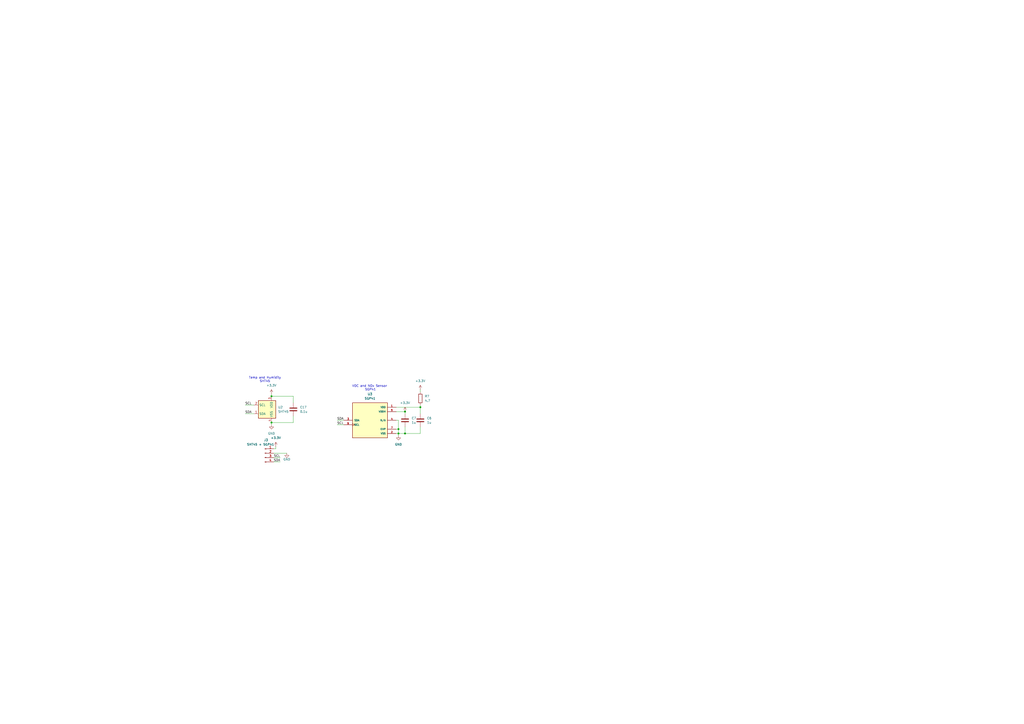
<source format=kicad_sch>
(kicad_sch (version 20231120) (generator "eeschema") (generator_version "8.0")
  (paper "A2")
  (lib_symbols
    (symbol "Connector:Conn_01x04_Pin" (pin_names (offset 1.016) hide)
      (property "Reference" "J" (at 0 5.08 0))
      (property "Value" "Conn_01x04_Pin" (at 0 -7.62 0))
      (symbol "Conn_01x04_Pin_1_1"
        (polyline (pts (xy 1.27 -5.08) (xy 0.8636 -5.08)) (stroke (width 0.1524)))
        (polyline (pts (xy 1.27 -2.54) (xy 0.8636 -2.54)) (stroke (width 0.1524)))
        (polyline (pts (xy 1.27 0) (xy 0.8636 0)) (stroke (width 0.1524)))
        (polyline (pts (xy 1.27 2.54) (xy 0.8636 2.54)) (stroke (width 0.1524)))
        (rectangle (start 0.8636 -4.953) (end 0 -5.207) (stroke (width 0.1524)) (fill (type outline)))
        (rectangle (start 0.8636 -2.413) (end 0 -2.667) (stroke (width 0.1524)) (fill (type outline)))
        (rectangle (start 0.8636 0.127) (end 0 -0.127) (stroke (width 0.1524)) (fill (type outline)))
        (rectangle (start 0.8636 2.667) (end 0 2.413) (stroke (width 0.1524)) (fill (type outline)))
        (pin passive line (at 5.08 2.54 180) (length 3.81) (name "Pin_1") (number "1"))
        (pin passive line (at 5.08 0 180) (length 3.81) (name "Pin_2") (number "2"))
        (pin passive line (at 5.08 -2.54 180) (length 3.81) (name "Pin_3") (number "3"))
        (pin passive line (at 5.08 -5.08 180) (length 3.81) (name "Pin_4") (number "4"))
      )
    )
    (symbol "Device:C" (pin_numbers hide) (pin_names (offset 0.254))
      (property "Reference" "C" (at 0.635 2.54 0))
      (property "Value" "C" (at 0.635 -2.54 0))
      (symbol "C_0_1"
        (polyline (pts (xy -2.032 -0.762) (xy 2.032 -0.762)) (stroke (width 0.508)))
        (polyline (pts (xy -2.032 0.762) (xy 2.032 0.762)) (stroke (width 0.508)))
      )
      (symbol "C_1_1"
        (pin passive line (at 0 3.81 270) (length 2.794) (name "~") (number "1"))
        (pin passive line (at 0 -3.81 90) (length 2.794) (name "~") (number "2"))
      )
    )
    (symbol "Device:R" (pin_numbers hide) (pin_names (offset 0))
      (property "Reference" "R" (at 2.032 0 90))
      (property "Value" "R" (at 0 0 90))
      (symbol "R_0_1"
        (rectangle (start -1.016 -2.54) (end 1.016 2.54) (stroke (width 0.254)))
      )
      (symbol "R_1_1"
        (pin passive line (at 0 3.81 270) (length 1.27) (name "~") (number "1"))
        (pin passive line (at 0 -3.81 90) (length 1.27) (name "~") (number "2"))
      )
    )
    (symbol "Sensor_Humidity:SHT4x"
      (property "Reference" "U" (at 0 8.89 0))
      (property "Value" "SHT4x" (at 0 6.35 0))
      (symbol "SHT4x_1_1"
        (rectangle (start -5.08 5.08) (end 5.08 -5.08) (stroke (width 0.254)) (fill (type background)))
        (pin bidirectional line (at -7.62 -2.54 0) (length 2.54) (name "SDA") (number "1"))
        (pin input line (at -7.62 2.54 0) (length 2.54) (name "SCL") (number "2"))
        (pin power_in line (at 2.54 7.62 270) (length 2.54) (name "VDD") (number "3"))
        (pin power_in line (at 2.54 -7.62 90) (length 2.54) (name "VSS") (number "4"))
      )
    )
    (symbol "Snapeda_kicad_sym:SGP41-D-R4" (pin_names (offset 1.016))
      (property "Reference" "U" (at -10.16 10.922 0))
      (property "Value" "SGP41-D-R4" (at -10.16 -10.922 0))
      (symbol "SGP41-D-R4_0_0"
        (rectangle (start -10.16 -10.16) (end 10.16 10.16) (stroke (width 0.254)) (fill (type background)))
        (pin power_in line (at 15.24 7.62 180) (length 5.08) (name "VDD") (number "1"))
        (pin power_in line (at 15.24 -7.62 180) (length 5.08) (name "VSS") (number "2"))
        (pin bidirectional line (at -15.24 0 0) (length 5.08) (name "SDA") (number "3"))
        (pin passive line (at 15.24 0 180) (length 5.08) (name "N/A") (number "4"))
        (pin power_in line (at 15.24 5.08 180) (length 5.08) (name "VDDH") (number "5"))
        (pin bidirectional clock (at -15.24 -2.54 0) (length 5.08) (name "SCL") (number "6"))
        (pin power_in line (at 15.24 -5.08 180) (length 5.08) (name "EXP") (number "7"))
      )
    )
    (symbol "power:+3.3V" (power) (pin_numbers hide) (pin_names (offset 0) hide)
      (property "Value" "+3.3V" (at 0 3.556 0))
      (symbol "+3.3V_0_1"
        (polyline (pts (xy -0.762 1.27) (xy 0 2.54)))
        (polyline (pts (xy 0 0) (xy 0 2.54)))
        (polyline (pts (xy 0 2.54) (xy 0.762 1.27)))
      )
      (symbol "+3.3V_1_1"
        (pin power_in line (at 0 0 90) (length 0) (name "~") (number "1"))
      )
    )
    (symbol "power:GND" (power) (pin_numbers hide) (pin_names (offset 0) hide)
      (property "Value" "GND" (at 0 -3.81 0))
      (symbol "GND_0_1"
        (polyline (pts (xy 0 0) (xy 0 -1.27) (xy 1.27 -1.27) (xy 0 -2.54) (xy -1.27 -1.27) (xy 0 -1.27)))
      )
      (symbol "GND_1_1"
        (pin power_in line (at 0 0 270) (length 0) (name "~") (number "1"))
      )
    )
  )
  (junction (at 234.95 238.76))
  (junction (at 231.14 248.92))
  (junction (at 157.48 245.11))
  (junction (at 231.14 251.46))
  (junction (at 243.84 236.22))
  (junction (at 157.48 229.87))
  (junction (at 234.95 251.46))
  (wire (pts (xy 243.84 247.65) (xy 243.84 251.46)))
  (wire (pts (xy 243.84 234.95) (xy 243.84 236.22)))
  (wire (pts (xy 195.58 246.38) (xy 199.39 246.38)))
  (wire (pts (xy 231.14 252.73) (xy 231.14 251.46)))
  (wire (pts (xy 160.02 260.35) (xy 158.75 260.35)))
  (wire (pts (xy 231.14 243.84) (xy 231.14 248.92)))
  (wire (pts (xy 231.14 243.84) (xy 229.87 243.84)))
  (wire (pts (xy 157.48 228.6) (xy 157.48 229.87)))
  (wire (pts (xy 229.87 236.22) (xy 243.84 236.22)))
  (wire (pts (xy 142.24 234.95) (xy 147.32 234.95)))
  (wire (pts (xy 243.84 226.06) (xy 243.84 227.33)))
  (wire (pts (xy 170.18 233.68) (xy 170.18 229.87)))
  (wire (pts (xy 158.75 267.97) (xy 162.56 267.97)))
  (wire (pts (xy 170.18 229.87) (xy 157.48 229.87)))
  (wire (pts (xy 234.95 240.03) (xy 234.95 238.76)))
  (wire (pts (xy 234.95 247.65) (xy 234.95 251.46)))
  (wire (pts (xy 229.87 238.76) (xy 234.95 238.76)))
  (wire (pts (xy 158.75 262.89) (xy 166.37 262.89)))
  (wire (pts (xy 157.48 246.38) (xy 157.48 245.11)))
  (wire (pts (xy 243.84 236.22) (xy 243.84 240.03)))
  (wire (pts (xy 195.58 243.84) (xy 199.39 243.84)))
  (wire (pts (xy 170.18 245.11) (xy 157.48 245.11)))
  (wire (pts (xy 231.14 248.92) (xy 229.87 248.92)))
  (wire (pts (xy 234.95 251.46) (xy 231.14 251.46)))
  (wire (pts (xy 160.02 259.08) (xy 160.02 260.35)))
  (wire (pts (xy 231.14 248.92) (xy 231.14 251.46)))
  (wire (pts (xy 142.24 240.03) (xy 147.32 240.03)))
  (wire (pts (xy 162.56 265.43) (xy 158.75 265.43)))
  (wire (pts (xy 231.14 251.46) (xy 229.87 251.46)))
  (wire (pts (xy 170.18 241.3) (xy 170.18 245.11)))
  (wire (pts (xy 243.84 251.46) (xy 234.95 251.46)))
  (text "Temp and Humidity\nSHT45\n" (at 153.67 220.218 0) (effects (font (size 1.27 1.27))))
  (text "VOC and NOx Sensor \nSGP41\n" (at 214.884 225.044 0) (effects (font (size 1.27 1.27))))
  (label "SDA" (at 195.58 243.84 0))
  (label "SCL" (at 195.58 246.38 0))
  (label "SCL" (at 162.56 265.43 180))
  (label "SDA" (at 162.56 267.97 180))
  (label "SCL" (at 142.24 234.95 0))
  (label "SDA" (at 142.24 240.03 0))
  (symbol (lib_id "power:+3.3V") (at 157.48 228.6 0) (unit 1)
    (property "Reference" "#PWR015" (effects (hide yes)))
    (property "Value" "+3.3V" (at 157.48 223.52 0))
    (property "Description" "Power symbol creates a global label with name \"+3.3V\"" (effects (hide yes)))
  )
  (symbol (lib_id "Device:C") (at 243.84 243.84 0) (unit 1)
    (property "Reference" "C6" (at 247.65 242.5699 0) (effects (justify left)))
    (property "Value" "1u" (at 247.65 245.1099 0) (effects (justify left)))
    (property "Footprint" "Capacitor_SMD:C_0603_1608Metric" (effects (hide yes)))
    (property "Description" "Unpolarized capacitor" (effects (hide yes)))
  )
  (symbol (lib_id "power:+3.3V") (at 234.95 238.76 0) (unit 1)
    (property "Reference" "#PWR018" (effects (hide yes)))
    (property "Value" "+3.3V" (at 234.95 233.68 0))
    (property "Description" "Power symbol creates a global label with name \"+3.3V\"" (effects (hide yes)))
  )
  (symbol (lib_id "Device:C") (at 170.18 237.49 0) (unit 1)
    (property "Reference" "C17" (at 173.99 236.2199 0) (effects (justify left)))
    (property "Value" "0.1u" (at 173.99 238.7599 0) (effects (justify left)))
    (property "Footprint" "Capacitor_SMD:C_0603_1608Metric" (effects (hide yes)))
    (property "Description" "Unpolarized capacitor" (effects (hide yes)))
  )
  (symbol (lib_id "Device:R") (at 243.84 231.14 0) (unit 1)
    (property "Reference" "R7" (at 246.38 229.8699 0) (effects (justify left)))
    (property "Value" "4.7" (at 246.38 232.4099 0) (effects (justify left)))
    (property "Footprint" "Resistor_SMD:R_0603_1608Metric" (effects (hide yes)))
    (property "Description" "Resistor" (effects (hide yes)))
  )
  (symbol (lib_id "power:+3.3V") (at 243.84 226.06 0) (unit 1)
    (property "Reference" "#PWR014" (effects (hide yes)))
    (property "Value" "+3.3V" (at 243.84 220.98 0))
    (property "Description" "Power symbol creates a global label with name \"+3.3V\"" (effects (hide yes)))
  )
  (symbol (lib_id "power:GND") (at 157.48 246.38 0) (unit 1)
    (property "Reference" "#PWR016" (effects (hide yes)))
    (property "Value" "GND" (at 157.48 251.46 0))
    (property "Description" "Power symbol creates a global label with name \"GND\" , ground" (effects (hide yes)))
  )
  (symbol (lib_id "power:GND") (at 231.14 252.73 0) (unit 1)
    (property "Reference" "#PWR019" (effects (hide yes)))
    (property "Value" "GND" (at 231.14 257.81 0))
    (property "Description" "Power symbol creates a global label with name \"GND\" , ground" (effects (hide yes)))
  )
  (symbol (lib_id "Sensor_Humidity:SHT4x") (at 154.94 237.49 0) (unit 1)
    (property "Reference" "U2" (at 161.29 236.2199 0) (effects (justify left)))
    (property "Value" "SHT45" (at 161.29 238.7599 0) (effects (justify left)))
    (property "Footprint" "Sensor_Humidity:Sensirion_DFN-4_1.5x1.5mm_P0.8mm_SHT4x_NoCentralPad" (effects (hide yes)))
    (property "Datasheet" "https://sensirion.com/media/documents/33FD6951/624C4357/Datasheet_SHT4x.pdf" (effects (hide yes)))
    (property "Description" "Digital Humidity and Temperature Sensor, +/-1%RH, +/-0.1degC, I2C, 1.08-3.6V, 16bit, DFN-4" (effects (hide yes)))
  )
  (symbol (lib_id "power:GND") (at 166.37 262.89 0) (unit 1)
    (property "Reference" "#PWR040" (effects (hide yes)))
    (property "Value" "GND" (at 166.37 266.446 0))
    (property "Description" "Power symbol creates a global label with name \"GND\" , ground" (effects (hide yes)))
  )
  (symbol (lib_id "Connector:Conn_01x04_Pin") (at 153.67 262.89 0) (unit 1)
    (property "Reference" "J3" (at 154.305 255.27 0))
    (property "Value" "SHT45 + SGP41" (at 151.13 257.81 0))
    (property "Footprint" "Connector_PinHeader_2.54mm:PinHeader_1x04_P2.54mm_Vertical" (effects (hide yes)))
    (property "Description" "Generic connector, single row, 01x04, script generated" (effects (hide yes)))
  )
  (symbol (lib_id "Snapeda_kicad_sym:SGP41-D-R4") (at 214.63 243.84 0) (unit 1)
    (property "Reference" "U3" (at 214.63 228.6 0))
    (property "Value" "SGP41" (at 214.63 231.14 0))
    (property "Footprint" "Snapeda:SGP41-D-R4_XDCR_SGP41-D-R4" (effects (hide yes)))
    (property "MF" "Sensirion AG" (effects (hide yes)))
    (property "MAXIMUM_PACKAGE_HEIGHT" "0.95 mm" (effects (hide yes)))
    (property "Package" "None" (effects (hide yes)))
    (property "Price" "None" (effects (hide yes)))
    (property "Check_prices" "https://www.snapeda.com/parts/SGP41-D-R4/NSI/view-part/?ref=eda" (effects (hide yes)))
    (property "STANDARD" "Manufacturer Recommendations" (effects (hide yes)))
    (property "PARTREV" "1.0" (effects (hide yes)))
    (property "SnapEDA_Link" "https://www.snapeda.com/parts/SGP41-D-R4/NSI/view-part/?ref=snap" (effects (hide yes)))
    (property "MP" "SGP41-D-R4" (effects (hide yes)))
    (property "Description_1" "\nSENSOR AIR QUALITY I2C OUTPUT\n" (effects (hide yes)))
    (property "Availability" "In Stock" (effects (hide yes)))
    (property "MANUFACTURER" "Sensirion" (effects (hide yes)))
  )
  (symbol (lib_id "power:+3.3V") (at 160.02 259.08 0) (unit 1)
    (property "Reference" "#PWR039" (effects (hide yes)))
    (property "Value" "+3.3V" (at 160.02 254 0))
    (property "Description" "Power symbol creates a global label with name \"+3.3V\"" (effects (hide yes)))
  )
  (symbol (lib_id "Device:C") (at 234.95 243.84 0) (unit 1)
    (property "Reference" "C7" (at 238.76 242.5699 0) (effects (justify left)))
    (property "Value" "1u" (at 238.76 245.1099 0) (effects (justify left)))
    (property "Footprint" "Capacitor_SMD:C_0603_1608Metric" (effects (hide yes)))
    (property "Description" "Unpolarized capacitor" (effects (hide yes)))
  )
)
</source>
